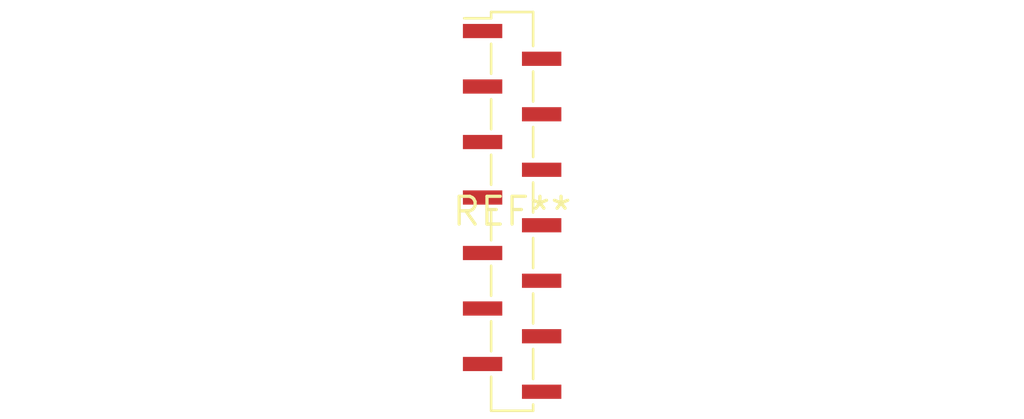
<source format=kicad_pcb>
(kicad_pcb (version 20240108) (generator pcbnew)
  (layers (0 "F.Cu" signal) (31 "B.Cu" signal) (34 "B.Paste" user) (35 "F.Paste" user) (36 "B.SilkS" user "B.Silkscreen") (37 "F.SilkS" user "F.Silkscreen") (38 "B.Mask" user) (39 "F.Mask" user) (44 "Edge.Cuts" user))
  (net 0 "")
  (footprint "PinSocket_1x14_P1.27mm_Vertical_SMD_Pin1Left" (layer "F.Cu") (at 0 0)
    (property "Reference" "REF**")
    (property "Value" "PinSocket_1x14_P1.27mm_Vertical_SMD_Pin1Left")
    (fp_line (start -2.19 -8.84) (end -0.96 -8.84) (layer "F.SilkS") (stroke (width 0.12)))
    (fp_line (start -0.96 -9.125) (end -0.96 -8.84) (layer "F.SilkS") (stroke (width 0.12)))
    (fp_line (start -0.96 -9.125) (end 0.96 -9.125) (layer "F.SilkS") (stroke (width 0.12)))
    (fp_line (start -0.96 -7.67) (end -0.96 -6.3) (layer "F.SilkS") (stroke (width 0.12)))
    (fp_line (start -0.96 -5.13) (end -0.96 -3.76) (layer "F.SilkS") (stroke (width 0.12)))
    (fp_line (start -0.96 -2.59) (end -0.96 -1.22) (layer "F.SilkS") (stroke (width 0.12)))
    (fp_line (start -0.96 -0.05) (end -0.96 1.32) (layer "F.SilkS") (stroke (width 0.12)))
    (fp_line (start -0.96 2.49) (end -0.96 3.86) (layer "F.SilkS") (stroke (width 0.12)))
    (fp_line (start -0.96 5.03) (end -0.96 6.4) (layer "F.SilkS") (stroke (width 0.12)))
    (fp_line (start -0.96 7.57) (end -0.96 9.125) (layer "F.SilkS") (stroke (width 0.12)))
    (fp_line (start -0.96 9.125) (end 0.96 9.125) (layer "F.SilkS") (stroke (width 0.12)))
    (fp_line (start 0.96 -9.125) (end 0.96 -7.57) (layer "F.SilkS") (stroke (width 0.12)))
    (fp_line (start 0.96 -6.4) (end 0.96 -5.03) (layer "F.SilkS") (stroke (width 0.12)))
    (fp_line (start 0.96 -3.86) (end 0.96 -2.49) (layer "F.SilkS") (stroke (width 0.12)))
    (fp_line (start 0.96 -1.32) (end 0.96 0.05) (layer "F.SilkS") (stroke (width 0.12)))
    (fp_line (start 0.96 1.22) (end 0.96 2.59) (layer "F.SilkS") (stroke (width 0.12)))
    (fp_line (start 0.96 3.76) (end 0.96 5.13) (layer "F.SilkS") (stroke (width 0.12)))
    (fp_line (start 0.96 6.3) (end 0.96 7.67) (layer "F.SilkS") (stroke (width 0.12)))
    (fp_line (start 0.96 8.84) (end 0.96 9.125) (layer "F.SilkS") (stroke (width 0.12)))
    (pad "1" smd rect (at -1.35 -8.255) (size 1.8 0.65) (layers "F.Cu" "F.Paste" "F.Mask"))
    (pad "2" smd rect (at 1.35 -6.985) (size 1.8 0.65) (layers "F.Cu" "F.Paste" "F.Mask"))
    (pad "3" smd rect (at -1.35 -5.715) (size 1.8 0.65) (layers "F.Cu" "F.Paste" "F.Mask"))
    (pad "4" smd rect (at 1.35 -4.445) (size 1.8 0.65) (layers "F.Cu" "F.Paste" "F.Mask"))
    (pad "5" smd rect (at -1.35 -3.175) (size 1.8 0.65) (layers "F.Cu" "F.Paste" "F.Mask"))
    (pad "6" smd rect (at 1.35 -1.905) (size 1.8 0.65) (layers "F.Cu" "F.Paste" "F.Mask"))
    (pad "7" smd rect (at -1.35 -0.635) (size 1.8 0.65) (layers "F.Cu" "F.Paste" "F.Mask"))
    (pad "8" smd rect (at 1.35 0.635) (size 1.8 0.65) (layers "F.Cu" "F.Paste" "F.Mask"))
    (pad "9" smd rect (at -1.35 1.905) (size 1.8 0.65) (layers "F.Cu" "F.Paste" "F.Mask"))
    (pad "10" smd rect (at 1.35 3.175) (size 1.8 0.65) (layers "F.Cu" "F.Paste" "F.Mask"))
    (pad "11" smd rect (at -1.35 4.445) (size 1.8 0.65) (layers "F.Cu" "F.Paste" "F.Mask"))
    (pad "12" smd rect (at 1.35 5.715) (size 1.8 0.65) (layers "F.Cu" "F.Paste" "F.Mask"))
    (pad "13" smd rect (at -1.35 6.985) (size 1.8 0.65) (layers "F.Cu" "F.Paste" "F.Mask"))
    (pad "14" smd rect (at 1.35 8.255) (size 1.8 0.65) (layers "F.Cu" "F.Paste" "F.Mask"))
  )
)
</source>
